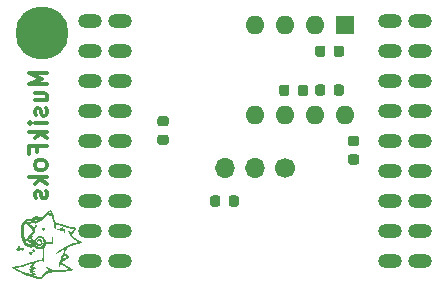
<source format=gbr>
%TF.GenerationSoftware,KiCad,Pcbnew,(5.99.0-2290-gd34f8fd4b)*%
%TF.CreationDate,2020-09-13T23:37:03+02:00*%
%TF.ProjectId,audio-esp32,61756469-6f2d-4657-9370-33322e6b6963,rev?*%
%TF.SameCoordinates,Original*%
%TF.FileFunction,Soldermask,Bot*%
%TF.FilePolarity,Negative*%
%FSLAX46Y46*%
G04 Gerber Fmt 4.6, Leading zero omitted, Abs format (unit mm)*
G04 Created by KiCad (PCBNEW (5.99.0-2290-gd34f8fd4b)) date 2020-09-13 23:37:03*
%MOMM*%
%LPD*%
G01*
G04 APERTURE LIST*
%ADD10C,0.300000*%
%ADD11O,1.600000X1.600000*%
%ADD12R,1.600000X1.600000*%
%ADD13C,1.700000*%
%ADD14O,1.700000X1.700000*%
%ADD15C,4.500000*%
%ADD16O,2.000000X1.200000*%
G04 APERTURE END LIST*
D10*
X132250571Y-72692285D02*
X130750571Y-72692285D01*
X131822000Y-73192285D01*
X130750571Y-73692285D01*
X132250571Y-73692285D01*
X131250571Y-75049428D02*
X132250571Y-75049428D01*
X131250571Y-74406571D02*
X132036285Y-74406571D01*
X132179142Y-74478000D01*
X132250571Y-74620857D01*
X132250571Y-74835142D01*
X132179142Y-74978000D01*
X132107714Y-75049428D01*
X132179142Y-75692285D02*
X132250571Y-75835142D01*
X132250571Y-76120857D01*
X132179142Y-76263714D01*
X132036285Y-76335142D01*
X131964857Y-76335142D01*
X131822000Y-76263714D01*
X131750571Y-76120857D01*
X131750571Y-75906571D01*
X131679142Y-75763714D01*
X131536285Y-75692285D01*
X131464857Y-75692285D01*
X131322000Y-75763714D01*
X131250571Y-75906571D01*
X131250571Y-76120857D01*
X131322000Y-76263714D01*
X132250571Y-76978000D02*
X131250571Y-76978000D01*
X130750571Y-76978000D02*
X130822000Y-76906571D01*
X130893428Y-76978000D01*
X130822000Y-77049428D01*
X130750571Y-76978000D01*
X130893428Y-76978000D01*
X132250571Y-77692285D02*
X130750571Y-77692285D01*
X131679142Y-77835142D02*
X132250571Y-78263714D01*
X131250571Y-78263714D02*
X131822000Y-77692285D01*
X131464857Y-79406571D02*
X131464857Y-78906571D01*
X132250571Y-78906571D02*
X130750571Y-78906571D01*
X130750571Y-79620857D01*
X132250571Y-80406571D02*
X132179142Y-80263714D01*
X132107714Y-80192285D01*
X131964857Y-80120857D01*
X131536285Y-80120857D01*
X131393428Y-80192285D01*
X131322000Y-80263714D01*
X131250571Y-80406571D01*
X131250571Y-80620857D01*
X131322000Y-80763714D01*
X131393428Y-80835142D01*
X131536285Y-80906571D01*
X131964857Y-80906571D01*
X132107714Y-80835142D01*
X132179142Y-80763714D01*
X132250571Y-80620857D01*
X132250571Y-80406571D01*
X132250571Y-81549428D02*
X130750571Y-81549428D01*
X131679142Y-81692285D02*
X132250571Y-82120857D01*
X131250571Y-82120857D02*
X131822000Y-81549428D01*
X132179142Y-82692285D02*
X132250571Y-82835142D01*
X132250571Y-83120857D01*
X132179142Y-83263714D01*
X132036285Y-83335142D01*
X131964857Y-83335142D01*
X131822000Y-83263714D01*
X131750571Y-83120857D01*
X131750571Y-82906571D01*
X131679142Y-82763714D01*
X131536285Y-82692285D01*
X131464857Y-82692285D01*
X131322000Y-82763714D01*
X131250571Y-82906571D01*
X131250571Y-83120857D01*
X131322000Y-83263714D01*
%TO.C,G\u002A\u002A\u002A*%
G36*
X131217084Y-88658001D02*
G01*
X131274726Y-88640146D01*
X131371567Y-88611039D01*
X131455085Y-88587412D01*
X131527607Y-88568772D01*
X131591462Y-88554627D01*
X131648977Y-88544483D01*
X131702479Y-88537848D01*
X131754297Y-88534228D01*
X131806759Y-88533131D01*
X131903250Y-88533131D01*
X131911338Y-88314864D01*
X131911912Y-88298740D01*
X131913812Y-88234771D01*
X131915394Y-88164689D01*
X131916653Y-88090686D01*
X131917585Y-88014954D01*
X131918186Y-87939686D01*
X131918451Y-87867071D01*
X131918376Y-87799304D01*
X131917957Y-87738574D01*
X131917188Y-87687075D01*
X131916067Y-87646998D01*
X131914588Y-87620535D01*
X131912746Y-87609878D01*
X131907801Y-87609093D01*
X131889673Y-87612405D01*
X131864026Y-87620322D01*
X131857860Y-87622398D01*
X131831379Y-87628829D01*
X131797704Y-87633085D01*
X131753244Y-87635509D01*
X131694409Y-87636441D01*
X131680031Y-87636469D01*
X131619195Y-87635208D01*
X131569486Y-87630590D01*
X131525739Y-87621209D01*
X131482788Y-87605657D01*
X131435468Y-87582528D01*
X131378615Y-87550414D01*
X131362446Y-87540939D01*
X131323171Y-87517535D01*
X131294734Y-87499261D01*
X131273577Y-87483207D01*
X131256144Y-87466467D01*
X131238877Y-87446132D01*
X131218218Y-87419293D01*
X131213134Y-87412643D01*
X131192971Y-87387417D01*
X131177410Y-87369731D01*
X131169474Y-87363072D01*
X131168380Y-87363132D01*
X131150851Y-87370263D01*
X131127149Y-87386428D01*
X131102578Y-87407572D01*
X131082442Y-87429638D01*
X131060294Y-87455437D01*
X131024586Y-87482750D01*
X130982689Y-87496982D01*
X130929799Y-87500358D01*
X130882121Y-87496231D01*
X130822012Y-87485847D01*
X130758264Y-87470787D01*
X130697371Y-87452598D01*
X130645827Y-87432823D01*
X130639388Y-87429865D01*
X130568359Y-87388714D01*
X130496536Y-87332561D01*
X130426224Y-87263871D01*
X130359731Y-87185109D01*
X130299363Y-87098737D01*
X130247428Y-87007222D01*
X130238031Y-86987660D01*
X130216407Y-86937880D01*
X130192967Y-86878951D01*
X130169576Y-86815973D01*
X130148098Y-86754051D01*
X130130395Y-86698287D01*
X130118333Y-86653783D01*
X130114199Y-86634360D01*
X130106403Y-86591811D01*
X130098532Y-86542838D01*
X130091780Y-86494612D01*
X130089052Y-86473329D01*
X130081315Y-86413925D01*
X130073052Y-86351484D01*
X130065640Y-86296455D01*
X130061362Y-86259173D01*
X130056352Y-86192222D01*
X130053228Y-86117323D01*
X130051987Y-86038786D01*
X130052629Y-85960917D01*
X130055152Y-85888027D01*
X130055616Y-85881317D01*
X130336512Y-85881317D01*
X130336659Y-85974373D01*
X130341034Y-86075632D01*
X130349504Y-86181268D01*
X130361934Y-86287454D01*
X130365496Y-86315662D01*
X130370698Y-86365817D01*
X130374345Y-86412864D01*
X130375808Y-86449467D01*
X130376440Y-86481390D01*
X130378993Y-86523358D01*
X130383989Y-86566356D01*
X130391967Y-86613058D01*
X130403464Y-86666141D01*
X130419019Y-86728280D01*
X130439168Y-86802153D01*
X130464452Y-86890434D01*
X130472953Y-86919059D01*
X130481323Y-86943229D01*
X130491042Y-86963860D01*
X130504299Y-86984293D01*
X130523279Y-87007866D01*
X130550171Y-87037917D01*
X130587160Y-87077788D01*
X130617001Y-87109564D01*
X130654437Y-87148023D01*
X130684595Y-87176285D01*
X130710199Y-87196407D01*
X130733976Y-87210444D01*
X130758649Y-87220451D01*
X130786944Y-87228484D01*
X130807153Y-87233109D01*
X130826585Y-87235204D01*
X130846281Y-87232917D01*
X130871739Y-87225517D01*
X130908454Y-87212269D01*
X130922311Y-87207135D01*
X130956202Y-87194710D01*
X131328298Y-87194710D01*
X131330904Y-87236469D01*
X131338648Y-87272738D01*
X131352476Y-87308697D01*
X131373331Y-87349528D01*
X131377633Y-87357268D01*
X131397175Y-87387951D01*
X131415366Y-87405217D01*
X131436448Y-87411914D01*
X131464663Y-87410892D01*
X131468192Y-87410484D01*
X131494191Y-87409042D01*
X131509542Y-87413252D01*
X131520513Y-87424659D01*
X131530731Y-87436036D01*
X131544118Y-87439114D01*
X131567103Y-87434254D01*
X131575698Y-87432079D01*
X131602539Y-87430113D01*
X131628210Y-87438847D01*
X131644584Y-87446131D01*
X131659625Y-87447492D01*
X131674911Y-87439354D01*
X131690337Y-87431062D01*
X131710278Y-87426044D01*
X131711621Y-87425987D01*
X131730538Y-87419914D01*
X131752555Y-87406885D01*
X131776177Y-87394088D01*
X131801879Y-87393602D01*
X131806760Y-87394627D01*
X131833289Y-87393268D01*
X131853124Y-87381553D01*
X131860923Y-87362313D01*
X131865298Y-87346715D01*
X131880841Y-87324959D01*
X131901839Y-87307310D01*
X131922131Y-87300034D01*
X131922182Y-87300034D01*
X131932837Y-87297110D01*
X131937595Y-87285358D01*
X131938292Y-87260260D01*
X131938303Y-87250291D01*
X131943287Y-87221064D01*
X131957974Y-87198613D01*
X131966864Y-87188275D01*
X131973654Y-87172001D01*
X131969225Y-87152294D01*
X131967937Y-87148849D01*
X131960862Y-87121002D01*
X131965256Y-87100057D01*
X131982432Y-87078698D01*
X131994551Y-87066549D01*
X132002841Y-87055421D01*
X132000084Y-87046877D01*
X131986933Y-87034513D01*
X131975088Y-87018532D01*
X131969431Y-86988853D01*
X131978436Y-86957064D01*
X131982115Y-86947412D01*
X131979491Y-86932348D01*
X131964935Y-86911962D01*
X131956913Y-86901881D01*
X131944329Y-86877886D01*
X131945485Y-86854401D01*
X131960013Y-86824948D01*
X131978030Y-86795398D01*
X131957862Y-86768119D01*
X131942666Y-86750398D01*
X131899568Y-86719218D01*
X131847422Y-86702661D01*
X131837446Y-86701082D01*
X131802341Y-86695288D01*
X131767037Y-86689205D01*
X131746913Y-86686569D01*
X131719145Y-86686686D01*
X131685743Y-86691592D01*
X131641027Y-86701856D01*
X131619621Y-86707334D01*
X131565395Y-86723006D01*
X131523561Y-86739616D01*
X131490078Y-86760018D01*
X131460905Y-86787064D01*
X131432001Y-86823607D01*
X131399326Y-86872500D01*
X131397913Y-86874709D01*
X131376552Y-86910021D01*
X131360884Y-86941751D01*
X131349718Y-86974217D01*
X131341866Y-87011733D01*
X131336138Y-87058617D01*
X131331345Y-87119184D01*
X131329886Y-87142279D01*
X131328298Y-87194710D01*
X130956202Y-87194710D01*
X130956601Y-87194564D01*
X130983907Y-87184738D01*
X130999292Y-87179440D01*
X131000549Y-87178854D01*
X130998361Y-87172354D01*
X130981283Y-87159759D01*
X130948771Y-87140717D01*
X130900284Y-87114874D01*
X130900281Y-87114872D01*
X130848857Y-87087242D01*
X130793814Y-87056050D01*
X130741748Y-87025120D01*
X130699254Y-86998280D01*
X130671241Y-86980232D01*
X130629742Y-86955019D01*
X130591691Y-86933498D01*
X130562755Y-86918962D01*
X130531430Y-86903246D01*
X130505904Y-86883794D01*
X130493157Y-86861681D01*
X130493270Y-86834986D01*
X130499875Y-86818190D01*
X130744835Y-86818190D01*
X130749497Y-86825163D01*
X130766652Y-86837985D01*
X130792088Y-86852104D01*
X130812719Y-86861309D01*
X130843297Y-86873305D01*
X130877168Y-86885399D01*
X130910967Y-86896535D01*
X130941331Y-86905661D01*
X130964897Y-86911721D01*
X130978300Y-86913662D01*
X130978177Y-86910429D01*
X130950302Y-86878699D01*
X130933680Y-86834124D01*
X130929788Y-86778905D01*
X130938701Y-86714179D01*
X130960493Y-86641082D01*
X130968800Y-86619496D01*
X130988429Y-86575180D01*
X131008188Y-86538493D01*
X131026565Y-86511777D01*
X131042046Y-86497375D01*
X131053119Y-86497630D01*
X131053220Y-86497732D01*
X131059826Y-86513375D01*
X131060967Y-86542166D01*
X131056582Y-86585421D01*
X131046615Y-86644454D01*
X131045534Y-86650256D01*
X131039107Y-86689724D01*
X131034574Y-86725998D01*
X131032857Y-86751872D01*
X131032948Y-86758875D01*
X131036098Y-86779080D01*
X131046889Y-86793864D01*
X131069564Y-86809939D01*
X131070345Y-86810432D01*
X131101241Y-86829220D01*
X131134993Y-86848685D01*
X131167934Y-86866852D01*
X131196398Y-86881747D01*
X131216721Y-86891394D01*
X131225235Y-86893817D01*
X131226120Y-86892388D01*
X131233921Y-86878854D01*
X131248275Y-86853553D01*
X131267534Y-86819394D01*
X131290055Y-86779284D01*
X131294120Y-86772065D01*
X131334945Y-86704474D01*
X131373604Y-86651941D01*
X131413000Y-86612514D01*
X131456035Y-86584245D01*
X131505613Y-86565183D01*
X131564635Y-86553379D01*
X131636004Y-86546883D01*
X131707857Y-86545359D01*
X131746913Y-86548278D01*
X131777343Y-86550552D01*
X131847618Y-86563653D01*
X131925831Y-86585617D01*
X131945775Y-86592346D01*
X131981200Y-86607716D01*
X132012270Y-86627583D01*
X132042308Y-86654729D01*
X132074637Y-86691937D01*
X132112580Y-86741990D01*
X132122408Y-86755729D01*
X132148170Y-86795925D01*
X132168301Y-86836279D01*
X132185460Y-86882685D01*
X132202304Y-86941043D01*
X132222858Y-87018587D01*
X132282659Y-87024236D01*
X132308115Y-87025906D01*
X132349367Y-87027507D01*
X132400686Y-87028782D01*
X132457934Y-87029629D01*
X132516973Y-87029949D01*
X132691485Y-87030013D01*
X132685768Y-86946756D01*
X132683220Y-86906945D01*
X132680120Y-86853773D01*
X132676999Y-86796283D01*
X132674253Y-86741513D01*
X132674009Y-86736292D01*
X132672109Y-86679128D01*
X132672813Y-86637417D01*
X132676654Y-86608903D01*
X132684161Y-86591329D01*
X132695868Y-86582439D01*
X132712304Y-86579977D01*
X132716664Y-86580156D01*
X132730307Y-86585044D01*
X132742323Y-86599465D01*
X132756255Y-86627231D01*
X132763795Y-86645492D01*
X132776454Y-86684414D01*
X132788292Y-86732882D01*
X132799735Y-86793005D01*
X132811213Y-86866891D01*
X132823153Y-86956648D01*
X132825029Y-86971519D01*
X132831572Y-87024324D01*
X132835427Y-87067231D01*
X132835064Y-87101299D01*
X132828953Y-87127588D01*
X132815564Y-87147158D01*
X132793366Y-87161071D01*
X132760831Y-87170385D01*
X132716427Y-87176161D01*
X132658626Y-87179459D01*
X132585897Y-87181340D01*
X132496710Y-87182863D01*
X132227927Y-87187525D01*
X132205979Y-87264031D01*
X132200667Y-87281874D01*
X132182379Y-87332304D01*
X132159934Y-87375372D01*
X132129833Y-87417015D01*
X132088574Y-87463171D01*
X132040345Y-87513798D01*
X132054142Y-87645179D01*
X132055402Y-87657977D01*
X132059972Y-87720879D01*
X132063521Y-87797518D01*
X132066031Y-87884481D01*
X132067484Y-87978359D01*
X132067861Y-88075741D01*
X132067146Y-88173217D01*
X132065320Y-88267374D01*
X132062365Y-88354804D01*
X132058264Y-88432095D01*
X132055843Y-88471794D01*
X132053460Y-88531579D01*
X132053797Y-88581611D01*
X132057131Y-88627084D01*
X132063740Y-88673191D01*
X132073900Y-88725126D01*
X132079317Y-88750608D01*
X132035375Y-88744269D01*
X132002478Y-88738171D01*
X131957885Y-88722425D01*
X131927974Y-88698887D01*
X131911177Y-88666081D01*
X131905926Y-88622535D01*
X131905885Y-88614592D01*
X131904298Y-88595342D01*
X131898447Y-88588763D01*
X131885675Y-88590677D01*
X131885674Y-88590677D01*
X131869288Y-88595003D01*
X131839644Y-88602611D01*
X131800950Y-88612427D01*
X131757414Y-88623380D01*
X131730292Y-88630435D01*
X131676370Y-88645340D01*
X131614580Y-88663220D01*
X131550603Y-88682420D01*
X131490118Y-88701284D01*
X131441039Y-88717064D01*
X131397451Y-88731588D01*
X131366508Y-88742906D01*
X131345747Y-88752135D01*
X131332704Y-88760392D01*
X131324918Y-88768795D01*
X131319924Y-88778459D01*
X131313450Y-88792471D01*
X131289981Y-88833239D01*
X131257517Y-88881395D01*
X131218879Y-88933371D01*
X131176893Y-88985597D01*
X131134382Y-89034506D01*
X131094170Y-89076528D01*
X131059082Y-89108094D01*
X131013750Y-89144187D01*
X131048056Y-89153272D01*
X131071181Y-89158876D01*
X131133081Y-89170324D01*
X131197301Y-89178169D01*
X131254230Y-89181114D01*
X131269181Y-89181524D01*
X131308024Y-89188401D01*
X131331197Y-89203837D01*
X131338882Y-89227931D01*
X131337468Y-89237109D01*
X131321839Y-89261760D01*
X131289619Y-89288418D01*
X131241663Y-89316554D01*
X131178827Y-89345634D01*
X131101966Y-89375127D01*
X131031565Y-89399992D01*
X131056963Y-89421579D01*
X131081419Y-89441300D01*
X131124425Y-89470668D01*
X131162138Y-89489538D01*
X131191489Y-89496207D01*
X131219461Y-89501670D01*
X131240799Y-89517628D01*
X131248874Y-89540751D01*
X131246618Y-89553494D01*
X131233908Y-89567810D01*
X131207940Y-89577810D01*
X131166390Y-89584736D01*
X131109363Y-89591336D01*
X131220265Y-89648322D01*
X131226866Y-89651721D01*
X131271442Y-89675295D01*
X131302815Y-89693541D01*
X131323786Y-89708413D01*
X131337158Y-89721865D01*
X131345732Y-89735853D01*
X131345790Y-89735974D01*
X131355125Y-89764916D01*
X131351840Y-89790146D01*
X131351778Y-89790319D01*
X131340162Y-89812556D01*
X131321547Y-89829649D01*
X131293183Y-89842882D01*
X131252319Y-89853543D01*
X131196205Y-89862918D01*
X131159899Y-89868229D01*
X131127202Y-89873379D01*
X131105442Y-89877247D01*
X131098067Y-89879258D01*
X131102581Y-89880553D01*
X131122359Y-89885267D01*
X131155615Y-89892847D01*
X131199912Y-89902746D01*
X131252813Y-89914416D01*
X131311879Y-89927308D01*
X131344619Y-89934479D01*
X131407035Y-89948470D01*
X131465348Y-89961934D01*
X131516182Y-89974073D01*
X131556159Y-89984087D01*
X131581901Y-89991178D01*
X131603609Y-89996936D01*
X131653439Y-90005754D01*
X131700314Y-90009178D01*
X131760223Y-90009247D01*
X131830393Y-89930491D01*
X131855677Y-89902568D01*
X131893219Y-89861944D01*
X131936659Y-89815569D01*
X131982440Y-89767238D01*
X132027004Y-89720745D01*
X132032412Y-89715136D01*
X132071743Y-89673931D01*
X132107342Y-89635954D01*
X132136995Y-89603615D01*
X132158489Y-89579325D01*
X132169609Y-89565494D01*
X132172111Y-89562048D01*
X132193093Y-89541665D01*
X132219113Y-89524717D01*
X132243314Y-89512253D01*
X132276595Y-89494466D01*
X132311024Y-89475576D01*
X132344749Y-89458531D01*
X132384002Y-89441819D01*
X132416971Y-89430827D01*
X132464347Y-89418703D01*
X132388006Y-89366847D01*
X132354864Y-89343252D01*
X132297906Y-89296257D01*
X132253565Y-89250186D01*
X132222893Y-89206407D01*
X132206942Y-89166289D01*
X132206766Y-89131200D01*
X132208911Y-89124466D01*
X132217990Y-89112974D01*
X132233502Y-89110953D01*
X132257303Y-89118910D01*
X132291248Y-89137350D01*
X132337192Y-89166780D01*
X132368108Y-89186996D01*
X132441323Y-89230896D01*
X132515449Y-89269000D01*
X132596123Y-89304066D01*
X132688988Y-89338853D01*
X132699269Y-89342501D01*
X132747114Y-89360001D01*
X132791684Y-89377080D01*
X132828390Y-89391944D01*
X132852644Y-89402800D01*
X132872761Y-89411431D01*
X132919623Y-89424447D01*
X132979823Y-89433667D01*
X133054448Y-89439191D01*
X133144581Y-89441119D01*
X133251308Y-89439551D01*
X133303834Y-89437656D01*
X133372382Y-89434221D01*
X133439757Y-89429917D01*
X133500352Y-89425110D01*
X133548555Y-89420166D01*
X133551526Y-89419802D01*
X133593418Y-89414416D01*
X133644796Y-89407439D01*
X133703175Y-89399246D01*
X133766074Y-89390210D01*
X133831009Y-89380701D01*
X133895499Y-89371095D01*
X133957060Y-89361762D01*
X134013209Y-89353077D01*
X134061464Y-89345411D01*
X134099341Y-89339138D01*
X134124359Y-89334631D01*
X134134034Y-89332261D01*
X134129584Y-89328113D01*
X134111921Y-89314894D01*
X134082403Y-89293780D01*
X134042699Y-89265940D01*
X133994480Y-89232544D01*
X133939416Y-89194761D01*
X133879177Y-89153762D01*
X133840388Y-89127430D01*
X133775883Y-89083502D01*
X133713946Y-89041160D01*
X133657049Y-89002101D01*
X133607661Y-88968024D01*
X133568252Y-88940625D01*
X133541292Y-88921602D01*
X133514032Y-88902399D01*
X133486133Y-88883579D01*
X133466562Y-88871372D01*
X133458415Y-88867791D01*
X133455131Y-88875763D01*
X133448156Y-88897288D01*
X133438928Y-88927875D01*
X133428719Y-88963123D01*
X133418802Y-88998630D01*
X133410449Y-89029993D01*
X133404932Y-89052812D01*
X133391901Y-89083041D01*
X133367937Y-89105617D01*
X133338023Y-89116328D01*
X133306604Y-89113656D01*
X133278125Y-89096084D01*
X133271882Y-89089279D01*
X133259503Y-89066194D01*
X133256032Y-89034365D01*
X133256374Y-89024431D01*
X133262848Y-88979750D01*
X133277250Y-88920344D01*
X133299213Y-88847141D01*
X133328368Y-88761072D01*
X133364348Y-88663064D01*
X133406784Y-88554049D01*
X133422334Y-88515882D01*
X133589059Y-88515882D01*
X133595087Y-88514384D01*
X133612863Y-88504056D01*
X133639556Y-88486494D01*
X133672315Y-88463491D01*
X133698614Y-88444965D01*
X133748821Y-88411081D01*
X133801928Y-88376653D01*
X133850079Y-88346836D01*
X133850659Y-88346488D01*
X133887964Y-88324077D01*
X133919993Y-88304723D01*
X133943353Y-88290483D01*
X133954652Y-88283414D01*
X133955011Y-88283090D01*
X133951743Y-88273311D01*
X133935598Y-88252944D01*
X133907387Y-88222922D01*
X133867926Y-88184175D01*
X133860988Y-88177576D01*
X133822965Y-88142598D01*
X133793759Y-88117912D01*
X133774544Y-88104456D01*
X133766495Y-88103169D01*
X133764180Y-88108599D01*
X133755294Y-88129069D01*
X133740913Y-88162020D01*
X133722104Y-88205019D01*
X133699930Y-88255630D01*
X133675457Y-88311416D01*
X133659289Y-88348383D01*
X133636678Y-88400575D01*
X133617348Y-88445792D01*
X133602299Y-88481663D01*
X133592536Y-88505816D01*
X133589059Y-88515882D01*
X133422334Y-88515882D01*
X133455308Y-88434954D01*
X133509553Y-88306709D01*
X133569149Y-88170244D01*
X133633730Y-88026487D01*
X133702926Y-87876369D01*
X133766495Y-87741731D01*
X133776370Y-87720817D01*
X133791401Y-87688960D01*
X133809741Y-87648824D01*
X133823632Y-87616846D01*
X133831926Y-87595699D01*
X133833471Y-87588057D01*
X133825076Y-87590578D01*
X133801979Y-87601700D01*
X133767398Y-87620560D01*
X133723402Y-87645921D01*
X133672057Y-87676544D01*
X133615432Y-87711192D01*
X133555595Y-87748626D01*
X133494612Y-87787609D01*
X133434552Y-87826903D01*
X133394686Y-87853092D01*
X133337812Y-87889727D01*
X133283798Y-87923730D01*
X133235655Y-87953235D01*
X133196395Y-87976378D01*
X133169031Y-87991295D01*
X133147872Y-88001330D01*
X133109616Y-88017673D01*
X133069304Y-88033205D01*
X133030653Y-88046661D01*
X132997377Y-88056773D01*
X132973194Y-88062276D01*
X132961818Y-88061903D01*
X132963718Y-88053138D01*
X132976462Y-88034036D01*
X132998156Y-88007146D01*
X133026662Y-87974813D01*
X133059840Y-87939381D01*
X133095552Y-87903196D01*
X133131660Y-87868604D01*
X133166025Y-87837950D01*
X133249600Y-87770717D01*
X133377448Y-87679372D01*
X133519130Y-87589469D01*
X133672249Y-87502167D01*
X133834407Y-87418626D01*
X134003203Y-87340005D01*
X134176242Y-87267464D01*
X134351122Y-87202162D01*
X134525447Y-87145259D01*
X134696818Y-87097914D01*
X134708746Y-87094966D01*
X134762807Y-87082182D01*
X134816296Y-87070346D01*
X134863599Y-87060667D01*
X134899103Y-87054353D01*
X134970205Y-87043514D01*
X134871429Y-86988099D01*
X134864600Y-86984256D01*
X134819260Y-86957915D01*
X134777039Y-86931567D01*
X134735186Y-86903209D01*
X134690948Y-86870837D01*
X134641575Y-86832447D01*
X134584314Y-86786034D01*
X134516413Y-86729596D01*
X134496669Y-86713056D01*
X134437867Y-86663653D01*
X134390378Y-86623044D01*
X134352326Y-86589041D01*
X134321830Y-86559458D01*
X134297015Y-86532106D01*
X134276001Y-86504800D01*
X134256910Y-86475352D01*
X134237864Y-86441576D01*
X134216985Y-86401283D01*
X134192395Y-86352288D01*
X134183783Y-86334983D01*
X134147911Y-86259820D01*
X134121569Y-86198407D01*
X134104433Y-86149689D01*
X134096178Y-86112612D01*
X134096477Y-86086125D01*
X134105006Y-86069173D01*
X134112336Y-86063790D01*
X134122310Y-86064373D01*
X134137256Y-86074240D01*
X134160999Y-86095168D01*
X134168546Y-86102436D01*
X134195803Y-86132036D01*
X134225855Y-86168417D01*
X134253456Y-86205330D01*
X134263314Y-86219265D01*
X134283931Y-86246921D01*
X134297718Y-86262031D01*
X134306701Y-86266541D01*
X134312908Y-86262396D01*
X134319604Y-86252853D01*
X134335118Y-86230730D01*
X134356320Y-86200488D01*
X134380662Y-86165763D01*
X134394833Y-86145944D01*
X134429849Y-86099156D01*
X134466870Y-86051980D01*
X134499921Y-86012113D01*
X134518944Y-85989933D01*
X134540740Y-85964018D01*
X134555626Y-85945687D01*
X134561135Y-85937928D01*
X134560117Y-85937296D01*
X134546663Y-85934809D01*
X134520857Y-85931783D01*
X134486879Y-85928733D01*
X134413030Y-85919420D01*
X134321294Y-85901117D01*
X134215829Y-85874290D01*
X134097599Y-85839160D01*
X134022538Y-85815468D01*
X133879891Y-85770353D01*
X133745928Y-85727864D01*
X133621498Y-85688274D01*
X133507453Y-85651859D01*
X133404642Y-85618891D01*
X133313915Y-85589643D01*
X133236121Y-85564390D01*
X133172112Y-85543405D01*
X133122738Y-85526962D01*
X133088847Y-85515334D01*
X133071290Y-85508795D01*
X133056133Y-85502367D01*
X133036024Y-85494118D01*
X133027131Y-85490891D01*
X133026989Y-85496251D01*
X133029232Y-85515027D01*
X133033575Y-85542646D01*
X133033798Y-85543985D01*
X133037242Y-85574042D01*
X133040207Y-85616334D01*
X133042384Y-85665432D01*
X133043464Y-85715909D01*
X133043620Y-85739831D01*
X133043332Y-85784358D01*
X133041760Y-85816638D01*
X133038447Y-85840690D01*
X133032936Y-85860529D01*
X133024770Y-85880172D01*
X133016706Y-85896223D01*
X133004624Y-85915432D01*
X132996171Y-85922925D01*
X132983278Y-85915905D01*
X132966368Y-85895197D01*
X132948568Y-85864394D01*
X132932294Y-85827118D01*
X132929570Y-85819131D01*
X132920748Y-85787025D01*
X132910709Y-85743523D01*
X132900491Y-85693317D01*
X132891133Y-85641101D01*
X132888087Y-85622840D01*
X132870541Y-85521073D01*
X132853998Y-85431864D01*
X132837538Y-85350641D01*
X132820242Y-85272833D01*
X132801190Y-85193868D01*
X132793213Y-85162774D01*
X132780970Y-85116939D01*
X132766852Y-85065543D01*
X132751686Y-85011452D01*
X132736298Y-84957531D01*
X132721514Y-84906648D01*
X132708162Y-84861668D01*
X132697067Y-84825456D01*
X132689056Y-84800880D01*
X132684956Y-84790804D01*
X132678708Y-84792730D01*
X132661009Y-84802032D01*
X132636350Y-84816706D01*
X132627301Y-84822230D01*
X132600313Y-84836197D01*
X132578049Y-84841520D01*
X132553185Y-84840275D01*
X132523934Y-84832276D01*
X132491166Y-84811523D01*
X132485149Y-84805185D01*
X132463466Y-84775296D01*
X132441820Y-84736991D01*
X132423822Y-84697156D01*
X132413087Y-84662679D01*
X132412195Y-84658394D01*
X132409867Y-84651537D01*
X132405671Y-84648785D01*
X132398038Y-84651356D01*
X132385403Y-84660466D01*
X132366199Y-84677331D01*
X132338861Y-84703169D01*
X132301821Y-84739196D01*
X132253513Y-84786630D01*
X132172574Y-84864862D01*
X132094403Y-84937238D01*
X132016914Y-85005288D01*
X131936095Y-85072437D01*
X131847932Y-85142110D01*
X131748414Y-85217731D01*
X131675754Y-85271732D01*
X131609390Y-85319936D01*
X131553103Y-85359181D01*
X131504847Y-85390670D01*
X131462575Y-85415604D01*
X131424240Y-85435185D01*
X131387798Y-85450615D01*
X131351200Y-85463097D01*
X131312401Y-85473832D01*
X131291698Y-85478951D01*
X131253101Y-85487238D01*
X131229584Y-85489480D01*
X131219712Y-85485359D01*
X131222051Y-85474558D01*
X131235164Y-85456759D01*
X131241746Y-85448646D01*
X131253504Y-85431856D01*
X131256471Y-85423482D01*
X131250846Y-85423095D01*
X131229859Y-85424195D01*
X131196249Y-85426933D01*
X131153037Y-85431055D01*
X131103246Y-85436307D01*
X131069716Y-85440044D01*
X131022632Y-85445699D01*
X130988285Y-85450808D01*
X130963366Y-85456148D01*
X130944570Y-85462501D01*
X130928590Y-85470646D01*
X130912117Y-85481362D01*
X130881944Y-85504775D01*
X130858663Y-85529099D01*
X130847469Y-85549605D01*
X130850195Y-85563849D01*
X130860066Y-85569849D01*
X130883557Y-85581309D01*
X130916674Y-85596182D01*
X130955700Y-85612747D01*
X130990323Y-85627359D01*
X131037731Y-85649122D01*
X131074526Y-85669129D01*
X131104819Y-85689712D01*
X131132722Y-85713205D01*
X131156080Y-85734608D01*
X131236230Y-85677072D01*
X131254531Y-85664089D01*
X131306473Y-85629176D01*
X131349935Y-85603014D01*
X131383190Y-85586592D01*
X131404507Y-85580899D01*
X131415802Y-85586550D01*
X131428501Y-85602676D01*
X131431532Y-85609135D01*
X131434892Y-85624642D01*
X131432465Y-85643053D01*
X131423234Y-85666656D01*
X131406181Y-85697739D01*
X131380289Y-85738591D01*
X131344540Y-85791500D01*
X131335865Y-85804236D01*
X131307300Y-85847652D01*
X131281595Y-85888828D01*
X131261280Y-85923625D01*
X131248886Y-85947905D01*
X131245330Y-85956500D01*
X131237172Y-85983234D01*
X131235921Y-86008679D01*
X131242354Y-86036898D01*
X131257248Y-86071952D01*
X131281379Y-86117903D01*
X131292103Y-86139028D01*
X131307792Y-86182888D01*
X131311191Y-86218791D01*
X131302632Y-86245158D01*
X131282446Y-86260409D01*
X131250966Y-86262963D01*
X131241426Y-86262253D01*
X131230307Y-86263721D01*
X131218203Y-86269501D01*
X131202874Y-86281382D01*
X131182083Y-86301153D01*
X131153592Y-86330604D01*
X131115162Y-86371524D01*
X131101857Y-86385763D01*
X131055901Y-86434918D01*
X131007064Y-86487122D01*
X130960400Y-86536973D01*
X130920965Y-86579069D01*
X130892881Y-86609979D01*
X130855824Y-86653455D01*
X130821103Y-86696975D01*
X130790680Y-86737873D01*
X130766519Y-86773486D01*
X130750583Y-86801146D01*
X130744835Y-86818190D01*
X130499875Y-86818190D01*
X130506324Y-86801791D01*
X130532397Y-86760175D01*
X130571571Y-86708218D01*
X130604486Y-86666559D01*
X130645990Y-86613838D01*
X130687051Y-86561509D01*
X130722288Y-86516421D01*
X130771969Y-86454620D01*
X130839261Y-86377462D01*
X130902640Y-86312545D01*
X130961073Y-86260836D01*
X131013529Y-86223301D01*
X131058978Y-86200906D01*
X131060821Y-86200241D01*
X131079115Y-86190553D01*
X131086358Y-86180815D01*
X131086130Y-86178586D01*
X131081003Y-86158509D01*
X131070703Y-86128046D01*
X131057187Y-86092222D01*
X131042415Y-86056057D01*
X131028344Y-86024574D01*
X131016935Y-86002795D01*
X131013168Y-85996313D01*
X131001539Y-85970030D01*
X130996855Y-85948477D01*
X130995634Y-85943400D01*
X130988224Y-85930748D01*
X130973296Y-85911632D01*
X130949935Y-85885056D01*
X130917224Y-85850025D01*
X130874247Y-85805542D01*
X130820090Y-85750613D01*
X130753835Y-85684240D01*
X130735543Y-85665984D01*
X130675939Y-85606303D01*
X130627715Y-85557568D01*
X130589704Y-85518480D01*
X130560741Y-85487744D01*
X130550056Y-85475741D01*
X130744961Y-85475741D01*
X130754699Y-85486925D01*
X130763977Y-85487546D01*
X130779130Y-85478455D01*
X130786544Y-85470341D01*
X130785735Y-85464933D01*
X130769265Y-85463889D01*
X130751229Y-85467028D01*
X130744961Y-85475741D01*
X130550056Y-85475741D01*
X130539658Y-85464061D01*
X130525291Y-85446135D01*
X130516472Y-85432668D01*
X130512036Y-85422365D01*
X130510816Y-85413926D01*
X130514761Y-85393015D01*
X130534882Y-85363998D01*
X130571041Y-85338971D01*
X130582393Y-85335983D01*
X130610084Y-85332222D01*
X130649988Y-85328603D01*
X130698926Y-85325406D01*
X130753718Y-85322910D01*
X130755591Y-85322842D01*
X130769265Y-85322294D01*
X130813947Y-85320506D01*
X130856511Y-85318201D01*
X130885427Y-85315672D01*
X130902843Y-85312666D01*
X130910906Y-85308928D01*
X130911760Y-85304205D01*
X130909991Y-85296971D01*
X131074356Y-85296971D01*
X131075204Y-85304710D01*
X131083521Y-85308872D01*
X131102817Y-85310560D01*
X131136602Y-85310877D01*
X131139449Y-85310875D01*
X131172978Y-85310224D01*
X131192905Y-85307692D01*
X131203335Y-85302250D01*
X131208374Y-85292866D01*
X131211858Y-85284508D01*
X131225198Y-85270250D01*
X131249264Y-85260320D01*
X131287689Y-85252887D01*
X131293328Y-85252132D01*
X131324649Y-85251003D01*
X131342850Y-85256431D01*
X131351165Y-85259599D01*
X131365193Y-85253499D01*
X131386391Y-85234565D01*
X131397628Y-85224081D01*
X131417647Y-85208854D01*
X131431387Y-85202869D01*
X131440367Y-85200676D01*
X131456175Y-85189025D01*
X131472565Y-85179612D01*
X131505374Y-85177133D01*
X131526548Y-85176729D01*
X131545919Y-85171378D01*
X131568130Y-85158725D01*
X131598495Y-85136446D01*
X131604726Y-85131620D01*
X131629731Y-85111531D01*
X131647283Y-85096256D01*
X131653906Y-85088785D01*
X131653791Y-85087982D01*
X131651272Y-85086369D01*
X131644098Y-85086708D01*
X131630479Y-85089488D01*
X131608625Y-85095195D01*
X131576746Y-85104316D01*
X131533052Y-85117338D01*
X131475754Y-85134748D01*
X131403061Y-85157034D01*
X131357178Y-85171242D01*
X131277108Y-85196786D01*
X131212507Y-85218651D01*
X131162061Y-85237377D01*
X131124456Y-85253505D01*
X131098380Y-85267574D01*
X131082520Y-85280124D01*
X131075562Y-85291695D01*
X131074356Y-85296971D01*
X130909991Y-85296971D01*
X130908822Y-85292197D01*
X130906847Y-85269638D01*
X130905875Y-85258797D01*
X130897971Y-85249880D01*
X130877595Y-85247659D01*
X130858961Y-85245144D01*
X130827631Y-85236667D01*
X130794339Y-85224311D01*
X130777904Y-85217317D01*
X130743929Y-85204176D01*
X130718171Y-85198566D01*
X130694679Y-85200639D01*
X130667503Y-85210543D01*
X130630695Y-85228428D01*
X130618198Y-85234896D01*
X130563087Y-85267773D01*
X130513350Y-85304209D01*
X130472883Y-85341109D01*
X130445585Y-85375379D01*
X130441400Y-85382692D01*
X130423006Y-85423912D01*
X130404322Y-85478991D01*
X130386201Y-85544616D01*
X130369494Y-85617471D01*
X130355054Y-85694242D01*
X130343731Y-85771617D01*
X130340731Y-85800292D01*
X130336512Y-85881317D01*
X130055616Y-85881317D01*
X130059554Y-85824423D01*
X130065833Y-85774414D01*
X130066793Y-85769009D01*
X130077391Y-85719042D01*
X130091106Y-85665536D01*
X130105223Y-85619187D01*
X130107504Y-85612717D01*
X130131923Y-85555689D01*
X130165709Y-85491217D01*
X130205901Y-85424010D01*
X130249537Y-85358780D01*
X130293658Y-85300239D01*
X130335302Y-85253097D01*
X130353024Y-85235575D01*
X130378550Y-85212577D01*
X130405042Y-85192423D01*
X130436351Y-85172530D01*
X130476326Y-85150311D01*
X130528818Y-85123184D01*
X130543701Y-85115665D01*
X130600985Y-85087702D01*
X130646458Y-85068069D01*
X130683217Y-85056246D01*
X130714357Y-85051709D01*
X130718171Y-85052006D01*
X130742976Y-85053935D01*
X130772170Y-85062404D01*
X130805035Y-85076592D01*
X130811113Y-85079399D01*
X130867519Y-85100054D01*
X130920349Y-85110408D01*
X130944645Y-85113224D01*
X130972821Y-85118179D01*
X130990023Y-85123341D01*
X130998882Y-85125134D01*
X131018194Y-85122364D01*
X131038687Y-85115023D01*
X131054043Y-85105600D01*
X131057949Y-85096582D01*
X131056687Y-85094051D01*
X131048891Y-85078607D01*
X131037398Y-85055961D01*
X131036600Y-85054357D01*
X131176869Y-85054357D01*
X131181369Y-85058857D01*
X131185869Y-85054357D01*
X131181369Y-85049857D01*
X131176869Y-85054357D01*
X131036600Y-85054357D01*
X131033093Y-85047314D01*
X131198328Y-85047314D01*
X131198370Y-85047349D01*
X131207998Y-85045428D01*
X131230781Y-85037752D01*
X131263365Y-85025524D01*
X131302398Y-85009947D01*
X131341535Y-84994577D01*
X131378864Y-84981220D01*
X131408017Y-84972176D01*
X131424814Y-84968850D01*
X131439005Y-84967194D01*
X131445846Y-84962100D01*
X131443217Y-84949005D01*
X131437817Y-84931419D01*
X131433062Y-84923847D01*
X131431895Y-84923907D01*
X131415346Y-84928620D01*
X131388754Y-84939629D01*
X131355417Y-84955199D01*
X131318629Y-84973597D01*
X131281689Y-84993089D01*
X131247892Y-85011940D01*
X131220535Y-85028417D01*
X131202915Y-85040787D01*
X131198328Y-85047314D01*
X131033093Y-85047314D01*
X131030612Y-85042333D01*
X131024624Y-85025039D01*
X131026954Y-85010115D01*
X131037633Y-84988761D01*
X131039558Y-84985374D01*
X131066138Y-84954952D01*
X131109363Y-84925565D01*
X131113034Y-84923554D01*
X131145423Y-84908125D01*
X131181369Y-84893074D01*
X131190741Y-84889151D01*
X131245259Y-84868037D01*
X131305248Y-84846189D01*
X131366981Y-84825014D01*
X131426729Y-84805916D01*
X131433062Y-84804418D01*
X131439915Y-84802797D01*
X131471631Y-84804788D01*
X131499125Y-84822369D01*
X131523311Y-84856324D01*
X131545103Y-84907436D01*
X131553817Y-84932431D01*
X131592611Y-84918252D01*
X131608427Y-84913466D01*
X131645580Y-84906175D01*
X131651272Y-84905645D01*
X131682869Y-84902709D01*
X131709159Y-84903546D01*
X131743597Y-84913151D01*
X131766046Y-84934388D01*
X131778694Y-84968764D01*
X131784643Y-84997851D01*
X131861036Y-84936702D01*
X131913282Y-84894191D01*
X131989548Y-84829616D01*
X132069004Y-84759287D01*
X132153805Y-84681247D01*
X132246106Y-84593537D01*
X132316944Y-84524517D01*
X132496991Y-84524517D01*
X132497089Y-84540206D01*
X132503624Y-84561411D01*
X132509785Y-84577449D01*
X132524227Y-84610845D01*
X132540211Y-84644301D01*
X132564381Y-84691999D01*
X132595182Y-84662146D01*
X132605106Y-84652210D01*
X132619722Y-84635930D01*
X132625066Y-84627308D01*
X132622646Y-84620803D01*
X132614283Y-84600576D01*
X132601424Y-84570332D01*
X132585596Y-84533693D01*
X132547043Y-84445063D01*
X132519125Y-84485640D01*
X132504761Y-84507350D01*
X132496991Y-84524517D01*
X132316944Y-84524517D01*
X132348061Y-84494199D01*
X132374577Y-84468218D01*
X132405671Y-84438150D01*
X132423152Y-84421247D01*
X132467238Y-84379413D01*
X132505186Y-84344233D01*
X132535349Y-84317225D01*
X132547043Y-84307454D01*
X132556077Y-84299907D01*
X132565722Y-84293797D01*
X132574774Y-84296979D01*
X132585334Y-84311338D01*
X132591099Y-84321731D01*
X132607912Y-84334278D01*
X132616424Y-84339559D01*
X132635436Y-84360648D01*
X132659649Y-84395660D01*
X132688011Y-84442905D01*
X132719470Y-84500692D01*
X132752974Y-84567332D01*
X132767961Y-84599420D01*
X132805940Y-84690498D01*
X132844632Y-84796528D01*
X132883334Y-84915396D01*
X132921342Y-85044985D01*
X132957952Y-85183183D01*
X133008513Y-85384139D01*
X133197528Y-85432060D01*
X133290080Y-85455901D01*
X133389125Y-85482354D01*
X133489105Y-85510125D01*
X133593231Y-85540141D01*
X133704713Y-85573329D01*
X133826761Y-85610616D01*
X133962588Y-85652930D01*
X134056570Y-85682235D01*
X134144650Y-85709114D01*
X134219935Y-85731223D01*
X134284644Y-85749081D01*
X134341000Y-85763206D01*
X134391221Y-85774116D01*
X134437529Y-85782331D01*
X134482144Y-85788368D01*
X134527287Y-85792747D01*
X134575178Y-85795985D01*
X134617540Y-85798737D01*
X134673435Y-85804146D01*
X134714715Y-85811165D01*
X134743470Y-85820342D01*
X134761790Y-85832224D01*
X134771765Y-85847355D01*
X134772259Y-85859636D01*
X134765454Y-85879703D01*
X134753917Y-85897346D01*
X134741644Y-85904924D01*
X134734265Y-85911753D01*
X134721774Y-85930780D01*
X134707167Y-85957728D01*
X134701470Y-85968514D01*
X134680477Y-86003715D01*
X134654170Y-86043613D01*
X134626907Y-86081488D01*
X134610401Y-86103388D01*
X134570649Y-86157340D01*
X134531479Y-86212030D01*
X134494346Y-86265292D01*
X134460703Y-86314959D01*
X134432005Y-86358863D01*
X134409706Y-86394837D01*
X134395260Y-86420715D01*
X134390122Y-86434330D01*
X134391446Y-86436400D01*
X134403651Y-86448452D01*
X134426996Y-86469291D01*
X134459477Y-86497183D01*
X134499086Y-86530393D01*
X134543818Y-86567189D01*
X134595124Y-86608986D01*
X134656586Y-86658811D01*
X134708352Y-86700182D01*
X134752889Y-86734815D01*
X134792669Y-86764428D01*
X134830158Y-86790737D01*
X134867827Y-86815459D01*
X134908144Y-86840310D01*
X134953578Y-86867007D01*
X135006599Y-86897266D01*
X135069675Y-86932805D01*
X135089859Y-86944292D01*
X135138957Y-86974073D01*
X135175213Y-86999700D01*
X135201422Y-87023289D01*
X135220378Y-87046957D01*
X135231286Y-87067641D01*
X135236129Y-87085888D01*
X135229978Y-87101220D01*
X135206636Y-87118909D01*
X135166502Y-87135620D01*
X135110229Y-87151090D01*
X135038473Y-87165058D01*
X134942941Y-87183179D01*
X134807133Y-87215406D01*
X134658485Y-87257279D01*
X134498130Y-87308499D01*
X134458158Y-87322202D01*
X134396268Y-87344226D01*
X134332124Y-87367855D01*
X134268474Y-87392008D01*
X134208069Y-87415608D01*
X134153657Y-87437574D01*
X134107987Y-87456829D01*
X134073809Y-87472292D01*
X134053872Y-87482884D01*
X134050899Y-87485658D01*
X134038393Y-87504522D01*
X134019749Y-87539445D01*
X133995228Y-87589893D01*
X133965094Y-87655332D01*
X133929610Y-87735227D01*
X133824654Y-87974920D01*
X133884620Y-88032288D01*
X133903772Y-88050535D01*
X133943333Y-88087367D01*
X133976380Y-88116286D01*
X134007230Y-88140797D01*
X134040198Y-88164403D01*
X134079597Y-88190608D01*
X134112983Y-88212559D01*
X134144546Y-88234459D01*
X134164970Y-88251040D01*
X134176625Y-88264625D01*
X134181880Y-88277536D01*
X134183105Y-88292099D01*
X134183082Y-88295097D01*
X134180486Y-88316971D01*
X134171735Y-88334975D01*
X134154180Y-88351728D01*
X134125173Y-88369846D01*
X134082065Y-88391945D01*
X134075923Y-88394981D01*
X134023935Y-88422695D01*
X133966018Y-88456564D01*
X133904565Y-88494906D01*
X133841967Y-88536041D01*
X133780619Y-88578287D01*
X133722912Y-88619963D01*
X133671238Y-88659388D01*
X133627990Y-88694879D01*
X133595561Y-88724757D01*
X133576343Y-88747339D01*
X133570604Y-88756856D01*
X133561610Y-88776150D01*
X133560739Y-88786526D01*
X133564214Y-88789009D01*
X133581117Y-88799479D01*
X133609283Y-88816221D01*
X133645878Y-88837558D01*
X133688066Y-88861816D01*
X133695054Y-88865829D01*
X133742689Y-88893951D01*
X133800012Y-88928789D01*
X133862521Y-88967554D01*
X133925715Y-89007461D01*
X133985090Y-89045720D01*
X134067966Y-89099497D01*
X134141461Y-89146483D01*
X134203369Y-89185157D01*
X134255329Y-89216509D01*
X134298982Y-89241527D01*
X134335967Y-89261200D01*
X134367924Y-89276515D01*
X134369000Y-89277000D01*
X134420302Y-89304932D01*
X134454320Y-89334385D01*
X134470874Y-89365031D01*
X134469786Y-89396543D01*
X134450877Y-89428592D01*
X134450665Y-89428836D01*
X134442445Y-89437033D01*
X134431984Y-89443744D01*
X134416684Y-89449625D01*
X134393946Y-89455331D01*
X134361171Y-89461516D01*
X134315759Y-89468838D01*
X134255111Y-89477950D01*
X134211338Y-89484465D01*
X134138830Y-89495388D01*
X134064292Y-89506749D01*
X133994339Y-89517537D01*
X133935586Y-89526742D01*
X133898554Y-89532552D01*
X133727901Y-89557541D01*
X133572878Y-89577021D01*
X133432252Y-89591059D01*
X133304792Y-89599718D01*
X133189267Y-89603067D01*
X133084447Y-89601169D01*
X132989099Y-89594091D01*
X132901994Y-89581898D01*
X132822476Y-89567855D01*
X132739981Y-89594173D01*
X132736667Y-89595218D01*
X132700176Y-89605844D01*
X132650863Y-89619119D01*
X132592975Y-89633951D01*
X132530762Y-89649250D01*
X132468470Y-89663923D01*
X132279456Y-89707355D01*
X132134069Y-89847050D01*
X132121723Y-89858949D01*
X132075960Y-89903657D01*
X132032186Y-89947284D01*
X131993175Y-89987011D01*
X131961706Y-90020022D01*
X131940554Y-90043497D01*
X131887836Y-90098399D01*
X131823049Y-90147499D01*
X131756117Y-90179088D01*
X131687376Y-90193015D01*
X131617162Y-90189127D01*
X131603890Y-90186486D01*
X131545363Y-90170914D01*
X131480510Y-90148723D01*
X131416283Y-90122465D01*
X131359636Y-90094687D01*
X131335675Y-90082891D01*
X131302616Y-90070046D01*
X131260853Y-90057131D01*
X131207362Y-90043223D01*
X131139119Y-90027399D01*
X131121728Y-90023499D01*
X131004470Y-89995942D01*
X130894150Y-89967456D01*
X130788962Y-89937255D01*
X130687100Y-89904557D01*
X130586758Y-89868575D01*
X130486130Y-89828527D01*
X130383410Y-89783627D01*
X130276793Y-89733090D01*
X130164471Y-89676133D01*
X130044641Y-89611971D01*
X129915494Y-89539820D01*
X129775226Y-89458895D01*
X129622030Y-89368411D01*
X129590153Y-89349364D01*
X129522165Y-89308263D01*
X129467866Y-89274499D01*
X129425830Y-89247017D01*
X129394632Y-89224765D01*
X129372848Y-89206687D01*
X129359955Y-89192707D01*
X129555614Y-89192707D01*
X129565210Y-89202214D01*
X129588950Y-89218439D01*
X129626162Y-89240874D01*
X129676174Y-89269014D01*
X129703217Y-89283860D01*
X129759463Y-89314780D01*
X129822221Y-89349321D01*
X129885615Y-89384248D01*
X129943772Y-89416327D01*
X130079237Y-89485136D01*
X130228644Y-89549288D01*
X130380281Y-89603296D01*
X130528015Y-89644761D01*
X130546256Y-89649130D01*
X130606937Y-89663778D01*
X130653123Y-89675220D01*
X130687232Y-89684146D01*
X130711682Y-89691246D01*
X130728890Y-89697210D01*
X130741274Y-89702728D01*
X130751253Y-89708490D01*
X130755663Y-89710921D01*
X130782913Y-89719936D01*
X130822337Y-89727693D01*
X130869295Y-89733790D01*
X130919150Y-89737825D01*
X130967262Y-89739395D01*
X131008992Y-89738097D01*
X131039702Y-89733528D01*
X131043922Y-89732192D01*
X131048655Y-89727790D01*
X131043472Y-89720331D01*
X131026465Y-89707860D01*
X130995729Y-89688422D01*
X130987442Y-89683280D01*
X130931681Y-89646235D01*
X130890997Y-89613721D01*
X130863841Y-89584087D01*
X130848659Y-89555682D01*
X130843902Y-89526854D01*
X130850697Y-89498064D01*
X130870962Y-89476988D01*
X130901337Y-89469205D01*
X130912480Y-89468767D01*
X130923729Y-89465141D01*
X130918973Y-89458318D01*
X130899257Y-89448869D01*
X130865627Y-89437363D01*
X130819127Y-89424370D01*
X130785499Y-89410898D01*
X130758793Y-89388370D01*
X130745679Y-89361026D01*
X130747472Y-89331824D01*
X130765488Y-89303721D01*
X130772397Y-89297566D01*
X130789750Y-89288032D01*
X130815020Y-89281966D01*
X130853245Y-89277887D01*
X130860985Y-89277206D01*
X130904993Y-89271425D01*
X130954906Y-89262567D01*
X131001355Y-89252254D01*
X131082361Y-89231803D01*
X131028357Y-89214673D01*
X130994069Y-89206258D01*
X130948132Y-89199096D01*
X130903418Y-89195639D01*
X130898177Y-89195492D01*
X130863086Y-89193735D01*
X130840756Y-89190200D01*
X130826507Y-89183679D01*
X130815661Y-89172960D01*
X130806116Y-89158914D01*
X130798589Y-89129443D01*
X130808791Y-89100721D01*
X130836813Y-89072577D01*
X130882745Y-89044838D01*
X130887310Y-89042478D01*
X130927529Y-89016795D01*
X130974809Y-88978464D01*
X131030607Y-88926318D01*
X131043828Y-88913276D01*
X131074967Y-88882029D01*
X131100048Y-88856103D01*
X131116778Y-88837896D01*
X131122864Y-88829808D01*
X131116797Y-88829963D01*
X131095098Y-88835075D01*
X131059049Y-88845069D01*
X131010114Y-88859489D01*
X130949759Y-88877879D01*
X130879448Y-88899782D01*
X130800645Y-88924740D01*
X130714815Y-88952297D01*
X130623423Y-88981996D01*
X130527933Y-89013380D01*
X130429810Y-89045993D01*
X130332634Y-89078075D01*
X130237549Y-89108355D01*
X130154618Y-89133282D01*
X130081403Y-89153488D01*
X130015466Y-89169605D01*
X129954371Y-89182265D01*
X129895679Y-89192100D01*
X129836954Y-89199743D01*
X129816717Y-89201774D01*
X129761594Y-89205148D01*
X129705298Y-89206001D01*
X129652591Y-89204429D01*
X129608236Y-89200531D01*
X129576993Y-89194403D01*
X129560835Y-89190423D01*
X129555614Y-89192707D01*
X129359955Y-89192707D01*
X129359052Y-89191729D01*
X129351819Y-89178836D01*
X129349725Y-89166956D01*
X129352064Y-89153015D01*
X129364005Y-89137973D01*
X129387865Y-89127141D01*
X129425642Y-89119715D01*
X129479332Y-89114895D01*
X129525378Y-89110957D01*
X129566299Y-89104121D01*
X129590285Y-89095165D01*
X129600414Y-89090553D01*
X129631573Y-89082763D01*
X129679715Y-89075144D01*
X129744200Y-89067811D01*
X129764728Y-89065763D01*
X129825127Y-89059325D01*
X129878870Y-89052647D01*
X129928585Y-89045102D01*
X129976904Y-89036065D01*
X130026458Y-89024912D01*
X130079876Y-89011015D01*
X130139789Y-88993750D01*
X130208828Y-88972491D01*
X130289624Y-88946613D01*
X130384806Y-88915491D01*
X130442882Y-88896544D01*
X130528485Y-88869035D01*
X130617969Y-88840681D01*
X130706097Y-88813128D01*
X130787634Y-88788021D01*
X130857344Y-88767004D01*
X130882131Y-88759632D01*
X130954302Y-88738039D01*
X131028776Y-88715597D01*
X131100660Y-88693788D01*
X131122864Y-88686998D01*
X131165060Y-88674095D01*
X131217084Y-88658001D01*
G37*
G36*
X131158595Y-87618367D02*
G01*
X131189694Y-87635491D01*
X131218594Y-87663984D01*
X131240957Y-87700193D01*
X131242217Y-87703076D01*
X131253472Y-87743838D01*
X131257677Y-87792681D01*
X131257390Y-87815013D01*
X131254427Y-87840440D01*
X131246533Y-87859187D01*
X131231592Y-87878187D01*
X131221714Y-87888761D01*
X131205756Y-87901003D01*
X131186777Y-87905792D01*
X131157336Y-87905906D01*
X131143052Y-87905925D01*
X131102099Y-87909619D01*
X131064976Y-87917157D01*
X131052826Y-87920316D01*
X131013802Y-87927298D01*
X130977751Y-87930083D01*
X130973274Y-87930119D01*
X130942001Y-87933676D01*
X130927451Y-87942967D01*
X130929834Y-87957870D01*
X130934802Y-87962787D01*
X130945666Y-87957870D01*
X130946090Y-87957471D01*
X130961969Y-87950829D01*
X130985583Y-87948085D01*
X131015170Y-87954860D01*
X131041116Y-87975220D01*
X131058195Y-88005101D01*
X131064129Y-88040372D01*
X131056640Y-88076905D01*
X131044982Y-88099820D01*
X131028030Y-88117648D01*
X131002645Y-88129569D01*
X130964047Y-88138780D01*
X130939687Y-88143032D01*
X130890851Y-88147712D01*
X130855878Y-88143633D01*
X130833038Y-88129995D01*
X130820600Y-88105999D01*
X130816833Y-88070848D01*
X130815880Y-88057666D01*
X130806837Y-88019445D01*
X130789831Y-87976529D01*
X130772588Y-87935341D01*
X130764248Y-87899823D01*
X130767368Y-87873128D01*
X130781783Y-87852722D01*
X130789846Y-87846807D01*
X130806460Y-87840378D01*
X130830406Y-87837178D01*
X130864293Y-87837114D01*
X130910731Y-87840097D01*
X130972332Y-87846033D01*
X130987748Y-87847528D01*
X131022156Y-87849863D01*
X131048090Y-87850217D01*
X131060855Y-87848462D01*
X131062346Y-87847301D01*
X131065804Y-87834037D01*
X131060677Y-87807569D01*
X131053498Y-87768193D01*
X131054323Y-87721409D01*
X131064648Y-87679575D01*
X131083187Y-87645819D01*
X131108655Y-87623270D01*
X131139766Y-87615059D01*
X131158595Y-87618367D01*
G37*
G36*
X129902304Y-87354314D02*
G01*
X129922435Y-87359461D01*
X129942795Y-87372631D01*
X129965422Y-87395801D01*
X129992354Y-87430947D01*
X130025630Y-87480048D01*
X130030752Y-87487788D01*
X130056609Y-87524935D01*
X130082945Y-87560233D01*
X130104781Y-87586956D01*
X130139757Y-87626358D01*
X130172869Y-87589708D01*
X130192837Y-87569855D01*
X130230270Y-87545307D01*
X130266354Y-87538637D01*
X130300933Y-87549855D01*
X130333850Y-87578972D01*
X130352138Y-87610383D01*
X130357253Y-87648090D01*
X130346856Y-87685411D01*
X130321851Y-87719360D01*
X130283138Y-87746945D01*
X130247664Y-87757062D01*
X130204628Y-87756065D01*
X130162033Y-87744288D01*
X130126567Y-87722765D01*
X130109745Y-87709625D01*
X130077995Y-87688608D01*
X130044640Y-87669717D01*
X130020948Y-87656980D01*
X129987884Y-87637436D01*
X129962503Y-87620448D01*
X129931730Y-87597394D01*
X129918369Y-87617477D01*
X129918229Y-87617687D01*
X129902391Y-87638792D01*
X129883149Y-87661325D01*
X129879839Y-87665104D01*
X129869616Y-87681195D01*
X129870008Y-87690478D01*
X129876849Y-87691173D01*
X129889850Y-87682465D01*
X129898481Y-87675691D01*
X129922518Y-87669679D01*
X129949815Y-87672484D01*
X129972315Y-87683959D01*
X129984934Y-87702598D01*
X129989613Y-87732021D01*
X129982579Y-87762061D01*
X129964361Y-87785968D01*
X129963966Y-87786277D01*
X129941811Y-87798423D01*
X129922747Y-87800675D01*
X129921567Y-87800420D01*
X129902246Y-87803293D01*
X129880227Y-87814897D01*
X129876203Y-87817764D01*
X129851270Y-87828883D01*
X129821543Y-87828202D01*
X129799266Y-87821557D01*
X129773176Y-87807079D01*
X129753520Y-87789384D01*
X129745756Y-87772485D01*
X129740915Y-87762636D01*
X129726273Y-87743802D01*
X129705253Y-87720952D01*
X129696839Y-87712236D01*
X129675086Y-87685501D01*
X129665963Y-87662224D01*
X129669786Y-87638678D01*
X129686870Y-87611135D01*
X129717530Y-87575871D01*
X129760866Y-87522049D01*
X129789536Y-87467752D01*
X129798144Y-87443907D01*
X129805808Y-87420570D01*
X129808761Y-87408505D01*
X129810292Y-87402532D01*
X129823678Y-87386678D01*
X129846185Y-87370928D01*
X129872105Y-87358856D01*
X129895730Y-87354038D01*
X129902304Y-87354314D01*
G37*
G36*
X133602129Y-85797446D02*
G01*
X133626464Y-85814414D01*
X133636775Y-85829297D01*
X133641886Y-85848262D01*
X133636481Y-85870696D01*
X133620182Y-85901883D01*
X133612207Y-85916483D01*
X133604793Y-85934066D01*
X133605272Y-85940927D01*
X133614550Y-85938973D01*
X133636671Y-85932448D01*
X133665565Y-85922925D01*
X133707132Y-85910680D01*
X133749525Y-85905197D01*
X133782415Y-85911154D01*
X133808349Y-85928653D01*
X133808434Y-85928738D01*
X133818194Y-85939235D01*
X133824815Y-85950013D01*
X133828906Y-85964617D01*
X133831074Y-85986590D01*
X133831928Y-86019477D01*
X133832078Y-86066821D01*
X133832068Y-86073781D01*
X133830770Y-86134275D01*
X133826858Y-86180298D01*
X133819713Y-86214966D01*
X133808720Y-86241396D01*
X133793259Y-86262702D01*
X133784917Y-86271228D01*
X133767489Y-86281367D01*
X133750502Y-86276338D01*
X133729716Y-86255672D01*
X133714335Y-86233577D01*
X133694746Y-86182024D01*
X133688117Y-86118691D01*
X133687941Y-86104566D01*
X133686904Y-86084016D01*
X133685255Y-86075937D01*
X133682127Y-86076762D01*
X133665320Y-86082074D01*
X133637497Y-86091225D01*
X133602560Y-86102940D01*
X133554329Y-86118074D01*
X133514105Y-86127099D01*
X133483661Y-86128389D01*
X133459668Y-86122051D01*
X133438799Y-86108190D01*
X133430355Y-86100467D01*
X133419580Y-86085795D01*
X133415113Y-86066598D01*
X133414715Y-86036184D01*
X133414818Y-86015111D01*
X133413793Y-85994074D01*
X133411714Y-85985930D01*
X133410210Y-85986150D01*
X133395552Y-85989433D01*
X133369233Y-85995832D01*
X133335633Y-86004291D01*
X133324468Y-86007033D01*
X133273127Y-86017085D01*
X133223886Y-86022989D01*
X133180554Y-86024567D01*
X133146940Y-86021641D01*
X133126850Y-86014034D01*
X133122713Y-86009997D01*
X133113138Y-85988993D01*
X133115248Y-85966609D01*
X133128806Y-85950579D01*
X133136899Y-85947188D01*
X133161110Y-85939108D01*
X133195212Y-85928955D01*
X133234564Y-85918152D01*
X133235226Y-85917978D01*
X133313039Y-85896276D01*
X133382804Y-85874483D01*
X133442110Y-85853454D01*
X133488546Y-85834042D01*
X133519701Y-85817102D01*
X133534294Y-85808225D01*
X133570513Y-85795406D01*
X133602129Y-85797446D01*
G37*
G36*
X132010402Y-85814222D02*
G01*
X132039337Y-85823383D01*
X132088027Y-85850923D01*
X132123307Y-85890420D01*
X132132126Y-85908026D01*
X132137912Y-85945239D01*
X132128252Y-85981454D01*
X132104716Y-86014070D01*
X132068872Y-86040483D01*
X132022287Y-86058092D01*
X132015414Y-86059692D01*
X131987296Y-86064010D01*
X131962549Y-86061690D01*
X131931406Y-86052086D01*
X131915109Y-86045354D01*
X131882913Y-86027733D01*
X131858434Y-86009014D01*
X131848850Y-85998983D01*
X131838152Y-85982978D01*
X131834597Y-85963933D01*
X131835959Y-85934469D01*
X131840439Y-85903336D01*
X131850719Y-85878784D01*
X131870432Y-85854895D01*
X131875873Y-85849472D01*
X131916347Y-85820589D01*
X131960571Y-85809019D01*
X132010402Y-85814222D01*
G37*
G36*
X131668477Y-86774024D02*
G01*
X131723389Y-86779096D01*
X131775345Y-86800025D01*
X131820419Y-86835554D01*
X131834668Y-86852397D01*
X131864883Y-86901698D01*
X131889403Y-86961188D01*
X131905819Y-87025512D01*
X131911255Y-87089412D01*
X131903061Y-87159146D01*
X131880514Y-87222742D01*
X131844758Y-87277957D01*
X131796937Y-87322545D01*
X131738196Y-87354262D01*
X131697402Y-87366501D01*
X131641601Y-87375132D01*
X131585517Y-87376351D01*
X131534692Y-87370111D01*
X131494665Y-87356365D01*
X131483889Y-87350135D01*
X131439756Y-87312722D01*
X131405825Y-87263504D01*
X131383019Y-87205559D01*
X131372265Y-87141964D01*
X131374391Y-87078583D01*
X131468536Y-87078583D01*
X131471339Y-87115306D01*
X131490202Y-87145331D01*
X131503484Y-87159688D01*
X131515630Y-87175259D01*
X131523836Y-87184553D01*
X131548323Y-87201124D01*
X131578321Y-87213906D01*
X131605851Y-87219027D01*
X131612320Y-87218877D01*
X131662150Y-87208367D01*
X131709097Y-87183509D01*
X131748600Y-87147408D01*
X131776095Y-87103169D01*
X131777870Y-87098879D01*
X131785238Y-87078428D01*
X131787476Y-87067166D01*
X131787456Y-87067085D01*
X131785393Y-87054741D01*
X131782485Y-87033330D01*
X131780387Y-87024285D01*
X131764532Y-86994231D01*
X131734888Y-86957981D01*
X131716420Y-86938846D01*
X131697253Y-86922240D01*
X131682616Y-86915571D01*
X131668619Y-86916395D01*
X131653177Y-86917892D01*
X131643400Y-86913253D01*
X131635242Y-86910613D01*
X131617903Y-86917413D01*
X131598953Y-86927940D01*
X131572900Y-86941716D01*
X131556553Y-86950818D01*
X131545898Y-86958480D01*
X131541719Y-86961834D01*
X131526409Y-86969339D01*
X131517706Y-86976287D01*
X131502773Y-86995938D01*
X131487367Y-87022687D01*
X131481777Y-87034492D01*
X131468536Y-87078583D01*
X131374391Y-87078583D01*
X131374485Y-87075796D01*
X131390606Y-87010132D01*
X131393813Y-87001934D01*
X131415093Y-86960088D01*
X131444639Y-86914080D01*
X131478136Y-86870185D01*
X131511268Y-86834677D01*
X131532847Y-86818433D01*
X131580112Y-86795684D01*
X131635242Y-86779529D01*
X131640751Y-86777915D01*
X131668477Y-86774024D01*
G37*
G36*
X131509895Y-87394541D02*
G01*
X131505395Y-87399042D01*
X131500894Y-87394541D01*
X131505395Y-87390041D01*
X131509895Y-87394541D01*
G37*
%TD*%
D11*
%TO.C,U1*%
X157480000Y-76238250D03*
X149860000Y-68618250D03*
X154940000Y-76238250D03*
X152400000Y-68618250D03*
X152400000Y-76238250D03*
X154940000Y-68618250D03*
X149860000Y-76238250D03*
D12*
X157480000Y-68618250D03*
%TD*%
D13*
%TO.C,U2*%
X152400000Y-80772000D03*
D14*
X147320000Y-80772000D03*
X149860000Y-80772000D03*
%TD*%
D15*
%TO.C,REF\u002A\u002A*%
X131826000Y-69342000D03*
%TD*%
D16*
%TO.C,U3*%
X163855938Y-70840948D03*
X161315938Y-88620948D03*
X163855938Y-86080948D03*
X161315938Y-75920948D03*
X163855938Y-68300948D03*
X161315938Y-73380948D03*
X163855938Y-88620948D03*
X161315938Y-78460948D03*
X161315938Y-86080948D03*
X163855938Y-78460948D03*
X163855938Y-73380948D03*
X161315938Y-70840948D03*
X161315938Y-83540948D03*
X161315938Y-68300948D03*
X161315938Y-81000948D03*
X163855938Y-75920948D03*
X163855938Y-83540948D03*
X163855938Y-81000948D03*
X138455938Y-70840948D03*
X135915938Y-88620948D03*
X138455938Y-86080948D03*
X135915938Y-75920948D03*
X138455938Y-68300948D03*
X135915938Y-73380948D03*
X138455938Y-88620948D03*
X135915938Y-78460948D03*
X135915938Y-86080948D03*
X138455938Y-78460948D03*
X138455938Y-73380948D03*
X135915938Y-70840948D03*
X135915938Y-83540948D03*
X135915938Y-68300948D03*
X135915938Y-81000948D03*
X138455938Y-75920948D03*
X138455938Y-83540948D03*
X138455938Y-81000948D03*
%TD*%
%TO.C,R2*%
G36*
G01*
X146970000Y-83309750D02*
X146970000Y-83822250D01*
G75*
G02*
X146751250Y-84041000I-218750J0D01*
G01*
X146313750Y-84041000D01*
G75*
G02*
X146095000Y-83822250I0J218750D01*
G01*
X146095000Y-83309750D01*
G75*
G02*
X146313750Y-83091000I218750J0D01*
G01*
X146751250Y-83091000D01*
G75*
G02*
X146970000Y-83309750I0J-218750D01*
G01*
G37*
G36*
G01*
X148545000Y-83309750D02*
X148545000Y-83822250D01*
G75*
G02*
X148326250Y-84041000I-218750J0D01*
G01*
X147888750Y-84041000D01*
G75*
G02*
X147670000Y-83822250I0J218750D01*
G01*
X147670000Y-83309750D01*
G75*
G02*
X147888750Y-83091000I218750J0D01*
G01*
X148326250Y-83091000D01*
G75*
G02*
X148545000Y-83309750I0J-218750D01*
G01*
G37*
%TD*%
%TO.C,R1*%
G36*
G01*
X158498250Y-78898000D02*
X157985750Y-78898000D01*
G75*
G02*
X157767000Y-78679250I0J218750D01*
G01*
X157767000Y-78241750D01*
G75*
G02*
X157985750Y-78023000I218750J0D01*
G01*
X158498250Y-78023000D01*
G75*
G02*
X158717000Y-78241750I0J-218750D01*
G01*
X158717000Y-78679250D01*
G75*
G02*
X158498250Y-78898000I-218750J0D01*
G01*
G37*
G36*
G01*
X158498250Y-80473000D02*
X157985750Y-80473000D01*
G75*
G02*
X157767000Y-80254250I0J218750D01*
G01*
X157767000Y-79816750D01*
G75*
G02*
X157985750Y-79598000I218750J0D01*
G01*
X158498250Y-79598000D01*
G75*
G02*
X158717000Y-79816750I0J-218750D01*
G01*
X158717000Y-80254250D01*
G75*
G02*
X158498250Y-80473000I-218750J0D01*
G01*
G37*
%TD*%
%TO.C,C4*%
G36*
G01*
X155860000Y-70626988D02*
X155860000Y-71139488D01*
G75*
G02*
X155641250Y-71358238I-218750J0D01*
G01*
X155203750Y-71358238D01*
G75*
G02*
X154985000Y-71139488I0J218750D01*
G01*
X154985000Y-70626988D01*
G75*
G02*
X155203750Y-70408238I218750J0D01*
G01*
X155641250Y-70408238D01*
G75*
G02*
X155860000Y-70626988I0J-218750D01*
G01*
G37*
G36*
G01*
X157435000Y-70626988D02*
X157435000Y-71139488D01*
G75*
G02*
X157216250Y-71358238I-218750J0D01*
G01*
X156778750Y-71358238D01*
G75*
G02*
X156560000Y-71139488I0J218750D01*
G01*
X156560000Y-70626988D01*
G75*
G02*
X156778750Y-70408238I218750J0D01*
G01*
X157216250Y-70408238D01*
G75*
G02*
X157435000Y-70626988I0J-218750D01*
G01*
G37*
%TD*%
%TO.C,C3*%
G36*
G01*
X153512000Y-74449302D02*
X153512000Y-73936802D01*
G75*
G02*
X153730750Y-73718052I218750J0D01*
G01*
X154168250Y-73718052D01*
G75*
G02*
X154387000Y-73936802I0J-218750D01*
G01*
X154387000Y-74449302D01*
G75*
G02*
X154168250Y-74668052I-218750J0D01*
G01*
X153730750Y-74668052D01*
G75*
G02*
X153512000Y-74449302I0J218750D01*
G01*
G37*
G36*
G01*
X151937000Y-74449302D02*
X151937000Y-73936802D01*
G75*
G02*
X152155750Y-73718052I218750J0D01*
G01*
X152593250Y-73718052D01*
G75*
G02*
X152812000Y-73936802I0J-218750D01*
G01*
X152812000Y-74449302D01*
G75*
G02*
X152593250Y-74668052I-218750J0D01*
G01*
X152155750Y-74668052D01*
G75*
G02*
X151937000Y-74449302I0J218750D01*
G01*
G37*
%TD*%
%TO.C,C2*%
G36*
G01*
X142369250Y-77247000D02*
X141856750Y-77247000D01*
G75*
G02*
X141638000Y-77028250I0J218750D01*
G01*
X141638000Y-76590750D01*
G75*
G02*
X141856750Y-76372000I218750J0D01*
G01*
X142369250Y-76372000D01*
G75*
G02*
X142588000Y-76590750I0J-218750D01*
G01*
X142588000Y-77028250D01*
G75*
G02*
X142369250Y-77247000I-218750J0D01*
G01*
G37*
G36*
G01*
X142369250Y-78822000D02*
X141856750Y-78822000D01*
G75*
G02*
X141638000Y-78603250I0J218750D01*
G01*
X141638000Y-78165750D01*
G75*
G02*
X141856750Y-77947000I218750J0D01*
G01*
X142369250Y-77947000D01*
G75*
G02*
X142588000Y-78165750I0J-218750D01*
G01*
X142588000Y-78603250D01*
G75*
G02*
X142369250Y-78822000I-218750J0D01*
G01*
G37*
%TD*%
%TO.C,C1*%
G36*
G01*
X155860000Y-73912858D02*
X155860000Y-74425358D01*
G75*
G02*
X155641250Y-74644108I-218750J0D01*
G01*
X155203750Y-74644108D01*
G75*
G02*
X154985000Y-74425358I0J218750D01*
G01*
X154985000Y-73912858D01*
G75*
G02*
X155203750Y-73694108I218750J0D01*
G01*
X155641250Y-73694108D01*
G75*
G02*
X155860000Y-73912858I0J-218750D01*
G01*
G37*
G36*
G01*
X157435000Y-73912858D02*
X157435000Y-74425358D01*
G75*
G02*
X157216250Y-74644108I-218750J0D01*
G01*
X156778750Y-74644108D01*
G75*
G02*
X156560000Y-74425358I0J218750D01*
G01*
X156560000Y-73912858D01*
G75*
G02*
X156778750Y-73694108I218750J0D01*
G01*
X157216250Y-73694108D01*
G75*
G02*
X157435000Y-73912858I0J-218750D01*
G01*
G37*
%TD*%
M02*

</source>
